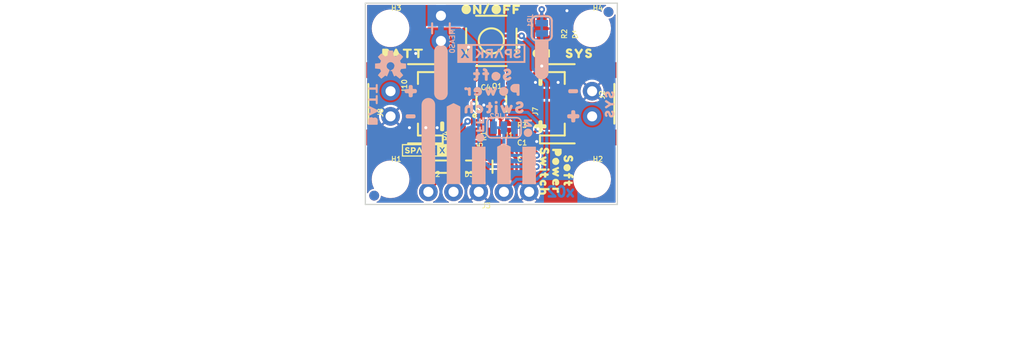
<source format=kicad_pcb>
(kicad_pcb (version 20211014) (generator pcbnew)
  (layers (0 "F.Cu" signal) (31 "B.Cu" signal) (34 "B.Paste" user) (35 "F.Paste" user) (36 "B.SilkS" user "B.Silkscreen") (37 "F.SilkS" user "F.Silkscreen") (38 "B.Mask" user) (39 "F.Mask" user) (44 "Edge.Cuts" user))
  (net 0 "")
  (net 1 "GND")
  (net 2 "N$6")
  (net 3 "V_BATT")
  (net 4 "FAST_OFF")
  (net 5 "POWER_SENSE/CTRL")
  (net 6 "N$15")
  (net 7 "POWER_BTN")
  (net 8 "VCC")
  (net 9 "N$2")
  (net 10 "V_IN")
  (net 11 "N$1")
  (footprint "eagleBoard:SWITCH2" (layer "F.Cu") (at 153.8351 111.8616 -90)
    (fp_text reference "U$17" hide)
    (fp_text value "" hide)
  )
  (footprint "eagleBoard:0603" (layer "F.Cu") (at 144.6911 108.8136 90)
    (fp_text reference "R4" (at 0 -0.762 90) (layer "F.SilkS") (effects (font (size 0.512064 0.512064) (thickness 0.097536)) (justify left)))
    (fp_text value "10k")
    (pad "1" smd rect (at -0.85 0 90) (size 1.1 1) (layers "F.Cu" "F.Paste" "F.Mask") (net 5 "POWER_SENSE/CTRL"))
    (pad "2" smd rect (at 0.85 0 90) (size 1.1 1) (layers "F.Cu" "F.Paste" "F.Mask") (net 8 "VCC"))
  )
  (footprint "eagleBoard:STAND-OFF" (layer "F.Cu") (at 158.6611 112.6236)
    (fp_text reference "H2" (at 0 -2.032) (layer "F.SilkS") (effects (font (size 0.512064 0.512064) (thickness 0.097536)) (justify left)))
    (fp_text value "STAND-OFF")
    (pad "" np_thru_hole circle (at 0 0) (size 3.302 3.302) (drill 3.302) (layers *.Cu *.Mask))
  )
  (footprint "eagleBoard:BATT0" (layer "F.Cu") (at 139.6111 99.9236)
    (fp_text reference "U$7" hide)
    (fp_text value "" hide)
  )
  (footprint "eagleBoard:0603" (layer "F.Cu") (at 151.0411 107.9246)
    (fp_text reference "R3" (at 0 -0.762) (layer "F.SilkS") (effects (font (size 0.512064 0.512064) (thickness 0.097536)) (justify left)))
    (fp_text value "100k")
    (pad "1" smd rect (at -0.85 0) (size 1.1 1) (layers "F.Cu" "F.Paste" "F.Mask") (net 6 "N$15"))
    (pad "2" smd rect (at 0.85 0) (size 1.1 1) (layers "F.Cu" "F.Paste" "F.Mask") (net 10 "V_IN"))
  )
  (footprint "eagleBoard:POWER_1" (layer "F.Cu") (at 155.1051 111.9886 -90)
    (fp_text reference "U$24" hide)
    (fp_text value "" hide)
  )
  (footprint "eagleBoard:1X02_NO_SILK" (layer "F.Cu") (at 149.7711 113.8936)
    (fp_text reference "J1" (at 0 -5.715) (layer "F.SilkS") (effects (font (size 0.512064 0.512064) (thickness 0.097536)) (justify left)))
    (fp_text value "Ext Button" hide)
    (pad "1" thru_hole circle (at 0 0 90) (size 1.8796 1.8796) (drill 1.016) (layers *.Cu *.Mask) (net 7 "POWER_BTN"))
    (pad "2" thru_hole circle (at 2.54 0 90) (size 1.8796 1.8796) (drill 1.016) (layers *.Cu *.Mask) (net 1 "GND"))
  )
  (footprint "eagleBoard:LED-0603" (layer "F.Cu") (at 153.5811 97.3836 -90)
    (fp_text reference "D1" (at 0 -3.3909 90) (layer "F.SilkS") (effects (font (size 0.512064 0.512064) (thickness 0.097536)) (justify right)))
    (fp_text value "RED")
    (pad "A" smd roundrect (at -0.877 0 180) (size 1 1) (layers "F.Cu" "F.Paste" "F.Mask") (roundrect_rratio 0.15) (net 9 "N$2"))
    (pad "C" smd roundrect (at 0.877 0 180) (size 1 1) (layers "F.Cu" "F.Paste" "F.Mask") (roundrect_rratio 0.15) (net 2 "N$6"))
  )
  (footprint "eagleBoard:#1" (layer "F.Cu") (at 153.4541 102.8446 -90)
    (fp_text reference "U$11" hide)
    (fp_text value "" hide)
  )
  (footprint "eagleBoard:SOD-323" (layer "F.Cu") (at 143.4211 111.3536 180)
    (fp_text reference "D2" (at 0 -0.762) (layer "F.SilkS") (effects (font (size 0.512064 0.512064) (thickness 0.097536)) (justify right)))
    (fp_text value "3.3V")
    (pad "A" smd rect (at 1.15 0 180) (size 0.63 0.83) (layers "F.Cu" "F.Paste" "F.Mask") (net 1 "GND"))
    (pad "C" smd rect (at -1.15 0 180) (size 0.63 0.83) (layers "F.Cu" "F.Paste" "F.Mask") (net 5 "POWER_SENSE/CTRL"))
  )
  (footprint "eagleBoard:CREATIVE_COMMONS" (layer "F.Cu") (at 119.2911 129.1336)
    (fp_text reference "FRAME1" hide)
    (fp_text value "FRAME-LETTER" hide)
  )
  (footprint "eagleBoard:#1" (layer "F.Cu") (at 143.5481 107.4166 -90)
    (fp_text reference "U$12" hide)
    (fp_text value "" hide)
  )
  (footprint "eagleBoard:STAND-OFF" (layer "F.Cu") (at 138.3411 97.3836)
    (fp_text reference "H3" (at 0 -2.032) (layer "F.SilkS") (effects (font (size 0.512064 0.512064) (thickness 0.097536)) (justify left)))
    (fp_text value "STAND-OFF")
    (pad "" np_thru_hole circle (at 0 0) (size 3.302 3.302) (drill 3.302) (layers *.Cu *.Mask))
  )
  (footprint "eagleBoard:FIDUCIAL-1X2" (layer "F.Cu") (at 160.3121 95.7326)
    (fp_text reference "FD1" hide)
    (fp_text value "FIDUCIAL1X2" hide)
    (pad "1" smd roundrect (at 0 0) (size 1 1) (layers "F.Cu" "F.Mask") (roundrect_rratio 0.5))
  )
  (footprint "eagleBoard:SYS1" (layer "F.Cu") (at 157.3911 99.9236)
    (fp_text reference "U$8" hide)
    (fp_text value "" hide)
  )
  (footprint "eagleBoard:#0" (layer "F.Cu") (at 153.5811 107.2896)
    (fp_text reference "U$10" hide)
    (fp_text value "" hide)
  )
  (footprint "eagleBoard:1X02_NO_SILK" (layer "F.Cu") (at 138.3411 103.7336 -90)
    (fp_text reference "J10" (at -1.27 -1.397 90) (layer "F.SilkS") (effects (font (size 0.512064 0.512064) (thickness 0.097536)) (justify right)))
    (fp_text value "")
    (pad "1" thru_hole circle (at 0 0) (size 1.8796 1.8796) (drill 1.016) (layers *.Cu *.Mask) (net 3 "V_BATT"))
    (pad "2" thru_hole circle (at 2.54 0) (size 1.8796 1.8796) (drill 1.016) (layers *.Cu *.Mask) (net 1 "GND"))
  )
  (footprint "eagleBoard:JST-2-SMD" (layer "F.Cu") (at 139.1031 105.0036 90)
    (fp_text reference "J8" (at -1.397 -1.778 90) (layer "F.SilkS") (effects (font (size 0.512064 0.512064) (thickness 0.097536)) (justify left)))
    (fp_text value "")
    (pad "1" smd rect (at -1 3.7 90) (size 1 4.6) (layers "F.Cu" "F.Paste" "F.Mask") (net 1 "GND"))
    (pad "2" smd rect (at 1 3.7 90) (size 1 4.6) (layers "F.Cu" "F.Paste" "F.Mask") (net 3 "V_BATT"))
    (pad "NC1" smd rect (at -3.4 -1.5 180) (size 3.4 1.6) (layers "F.Cu" "F.Paste" "F.Mask"))
    (pad "NC2" smd rect (at 3.4 -1.5 180) (size 3.4 1.6) (layers "F.Cu" "F.Paste" "F.Mask"))
  )
  (footprint "eagleBoard:SOT26" (layer "F.Cu") (at 148.5011 105.0036)
    (fp_text reference "Q1" (at 0 -1.778) (layer "F.SilkS") (effects (font (size 0.512064 0.512064) (thickness 0.097536)) (justify left)))
    (fp_text value "SIL2308-TP")
    (pad "D1" smd rect (at -0.95 -1.2) (size 0.55 0.8) (layers "F.Cu" "F.Paste" "F.Mask") (net 6 "N$15"))
    (pad "D2" smd rect (at 0.95 -1.2) (size 0.55 0.8) (layers "F.Cu" "F.Paste" "F.Mask") (net 8 "VCC"))
    (pad "G1" smd rect (at -0.95 1.2) (size 0.55 0.8) (layers "F.Cu" "F.Paste" "F.Mask") (net 4 "FAST_OFF"))
    (pad "G2" smd rect (at 0.95 1.2) (size 0.55 0.8) (layers "F.Cu" "F.Paste" "F.Mask") (net 6 "N$15"))
    (pad "S1" smd rect (at 0 -1.2 180) (size 0.55 0.8) (layers "F.Cu" "F.Paste" "F.Mask") (net 1 "GND"))
    (pad "S2" smd rect (at 0 1.2) (size 0.55 0.8) (layers "F.Cu" "F.Paste" "F.Mask") (net 10 "V_IN"))
  )
  (footprint "eagleBoard:SPARKX-TINY" (layer "F.Cu") (at 141.7701 109.7026)
    (fp_text reference "U$15" hide)
    (fp_text value "SPARKX-LOGO2" hide)
  )
  (footprint "eagleBoard:0603" (layer "F.Cu") (at 148.5011 108.8136 90)
    (fp_text reference "R1" (at 0 -0.762 90) (layer "F.SilkS") (effects (font (size 0.512064 0.512064) (thickness 0.097536)) (justify left)))
    (fp_text value "10k")
    (pad "1" smd rect (at -0.85 0 90) (size 1.1 1) (layers "F.Cu" "F.Paste" "F.Mask") (net 7 "POWER_BTN"))
    (pad "2" smd rect (at 0.85 0 90) (size 1.1 1) (layers "F.Cu" "F.Paste" "F.Mask") (net 10 "V_IN"))
  )
  (footprint "eagleBoard:SOFT_0" (layer "F.Cu") (at 156.2481 111.9886 -90)
    (fp_text reference "U$21" hide)
    (fp_text value "" hide)
  )
  (footprint "eagleBoard:STAND-OFF" (layer "F.Cu") (at 138.3411 112.6236)
    (fp_text reference "H1" (at 0 -2.032) (layer "F.SilkS") (effects (font (size 0.512064 0.512064) (thickness 0.097536)) (justify left)))
    (fp_text value "STAND-OFF")
    (pad "" np_thru_hole circle (at 0 0) (size 3.302 3.302) (drill 3.302) (layers *.Cu *.Mask))
  )
  (footprint "eagleBoard:SOD-323" (layer "F.Cu") (at 146.8501 111.3536 180)
    (fp_text reference "D3" (at 0 -0.762) (layer "F.SilkS") (effects (font (size 0.512064 0.512064) (thickness 0.097536)) (justify right)))
    (fp_text value "250mA/100V")
    (pad "A" smd rect (at 1.15 0 180) (size 0.63 0.83) (layers "F.Cu" "F.Paste" "F.Mask") (net 5 "POWER_SENSE/CTRL"))
    (pad "C" smd rect (at -1.15 0 180) (size 0.63 0.83) (layers "F.Cu" "F.Paste" "F.Mask") (net 7 "POWER_BTN"))
  )
  (footprint "eagleBoard:ON0" (layer "F.Cu") (at 153.5811 99.9236)
    (fp_text reference "U$18" hide)
    (fp_text value "" hide)
  )
  (footprint "eagleBoard:0603" (layer "F.Cu") (at 154.8511 97.3836 -90)
    (fp_text reference "R2" (at 0 -1.016 90) (layer "F.SilkS") (effects (font (size 0.512064 0.512064) (thickness 0.097536)) (justify right)))
    (fp_text value "1k")
    (pad "1" smd rect (at -0.85 0 270) (size 1.1 1) (layers "F.Cu" "F.Paste" "F.Mask") (net 1 "GND"))
    (pad "2" smd rect (at 0.85 0 270) (size 1.1 1) (layers "F.Cu" "F.Paste" "F.Mask") (net 2 "N$6"))
  )
  (footprint "eagleBoard:1X02_NO_SILK" (layer "F.Cu") (at 158.6611 106.2736 90)
    (fp_text reference "J7" (at 0 -5.715 90) (layer "F.SilkS") (effects (font (size 0.512064 0.512064) (thickness 0.097536)) (justify left)))
    (fp_text value "System Power" hide)
    (pad "1" thru_hole circle (at 0 0 180) (size 1.8796 1.8796) (drill 1.016) (layers *.Cu *.Mask) (net 8 "VCC"))
    (pad "2" thru_hole circle (at 2.54 0 180) (size 1.8796 1.8796) (drill 1.016) (layers *.Cu *.Mask) (net 1 "GND"))
  )
  (footprint "eagleBoard:TACTILE_SWITCH_SMD_5.2MM" (layer "F.Cu") (at 148.5011 98.6536)
    (fp_text reference "S1" hide)
    (fp_text value "Power")
    (pad "1" smd rect (at -2.794 -1.905 90) (size 0.762 1.524) (layers "F.Cu" "F.Paste" "F.Mask") (net 7 "POWER_BTN"))
    (pad "2" smd rect (at 2.794 -1.905 90) (size 0.762 1.524) (layers "F.Cu" "F.Paste" "F.Mask"))
    (pad "3" smd rect (at -2.794 1.905 90) (size 0.762 1.524) (layers "F.Cu" "F.Paste" "F.Mask") (net 1 "GND"))
    (pad "4" smd rect (at 2.794 1.905 90) (size 0.762 1.524) (layers "F.Cu" "F.Paste" "F.Mask"))
  )
  (footprint "eagleBoard:STAND-OFF" (layer "F.Cu") (at 158.6611 97.3836)
    (fp_text reference "H4" (at 0 -2.032) (layer "F.SilkS") (effects (font (size 0.512064 0.512064) (thickness 0.097536)) (justify left)))
    (fp_text value "STAND-OFF")
    (pad "" np_thru_hole circle (at 0 0) (size 3.302 3.302) (drill 3.302) (layers *.Cu *.Mask))
  )
  (footprint "eagleBoard:0603" (layer "F.Cu") (at 151.0411 111.3536)
    (fp_text reference "C2" (at 0 -0.762) (layer "F.SilkS") (effects (font (size 0.512064 0.512064) (thickness 0.097536)) (justify left)))
    (fp_text value "0.1uF")
    (pad "1" smd rect (at -0.85 0) (size 1.1 1) (layers "F.Cu" "F.Paste" "F.Mask") (net 7 "POWER_BTN"))
    (pad "2" smd rect (at 0.85 0) (size 1.1 1) (layers "F.Cu" "F.Paste" "F.Mask") (net 6 "N$15"))
  )
  (footprint "eagleBoard:1X03_NO_SILK" (layer "F.Cu") (at 147.2311 113.8936 180)
    (fp_text reference "J3" (at -1.27 -1.397) (layer "F.SilkS") (effects (font (size 0.512064 0.512064) (thickness 0.097536)) (justify right)))
    (fp_text value "")
    (pad "1" thru_hole circle (at 0 0 270) (size 1.8796 1.8796) (drill 1.016) (layers *.Cu *.Mask) (net 1 "GND"))
    (pad "2" thru_hole circle (at 2.54 0 270) (size 1.8796 1.8796) (drill 1.016) (layers *.Cu *.Mask) (net 4 "FAST_OFF"))
    (pad "3" thru_hole circle (at 5.08 0 270) (size 1.8796 1.8796) (drill 1.016) (layers *.Cu *.Mask) (net 5 "POWER_SENSE/CTRL"))
  )
  (footprint "eagleBoard:JST-2-SMD" (layer "F.Cu") (at 157.8991 105.0036 -90)
    (fp_text reference "J2" (at -1.397 -1.778 90) (layer "F.SilkS") (effects (font (size 0.512064 0.512064) (thickness 0.097536)) (justify right)))
    (fp_text value "")
    (pad "1" smd rect (at -1 3.7 270) (size 1 4.6) (layers "F.Cu" "F.Paste" "F.Mask") (net 1 "GND"))
    (pad "2" smd rect (at 1 3.7 270) (size 1 4.6) (layers "F.Cu" "F.Paste" "F.Mask") (net 8 "VCC"))
    (pad "NC1" smd rect (at -3.4 -1.5) (size 3.4 1.6) (layers "F.Cu" "F.Paste" "F.Mask"))
    (pad "NC2" smd rect (at 3.4 -1.5) (size 3.4 1.6) (layers "F.Cu" "F.Paste" "F.Mask"))
  )
  (footprint "eagleBoard:0603" (layer "F.Cu") (at 151.0411 109.7026)
    (fp_text reference "C1" (at 0 -0.762) (layer "F.SilkS") (effects (font (size 0.512064 0.512064) (thickness 0.097536)) (justify left)))
    (fp_text value "0.1uF")
    (pad "1" smd rect (at -0.85 0) (size 1.1 1) (layers "F.Cu" "F.Paste" "F.Mask") (net 6 "N$15"))
    (pad "2" smd rect (at 0.85 0) (size 1.1 1) (layers "F.Cu" "F.Paste" "F.Mask") (net 11 "N$1"))
  )
  (footprint "eagleBoard:FIDUCIAL-1X2" (layer "F.Cu") (at 136.6901 114.2746)
    (fp_text reference "FD4" hide)
    (fp_text value "FIDUCIAL1X2" hide)
    (pad "1" smd roundrect (at 0 0) (size 1 1) (layers "F.Cu" "F.Mask") (roundrect_rratio 0.5))
  )
  (footprint "eagleBoard:0603" (layer "F.Cu") (at 146.5961 108.8136 -90)
    (fp_text reference "R5" (at 0 -0.762 90) (layer "F.SilkS") (effects (font (size 0.512064 0.512064) (thickness 0.097536)) (justify right)))
    (fp_text value "300k")
    (pad "1" smd rect (at -0.85 0 270) (size 1.1 1) (layers "F.Cu" "F.Paste" "F.Mask") (net 4 "FAST_OFF"))
    (pad "2" smd rect (at 0.85 0 270) (size 1.1 1) (layers "F.Cu" "F.Paste" "F.Mask") (net 5 "POWER_SENSE/CTRL"))
  )
  (footprint "eagleBoard:#0" (layer "F.Cu") (at 143.5481 102.7176)
    (fp_text reference "U$9" hide)
    (fp_text value "" hide)
  )
  (footprint "eagleBoard:ON#OFF0" (layer "F.Cu") (at 148.5011 95.4786)
    (fp_text reference "U$6" hide)
    (fp_text value "" hide)
  )
  (footprint "eagleBoard:0805" (layer "F.Cu") (at 148.5011 102.4636 180)
    (fp_text reference "C4" (at 0 -0.889) (layer "F.SilkS") (effects (font (size 0.512064 0.512064) (thickness 0.097536)) (justify right)))
    (fp_text value "22uF")
    (pad "1" smd rect (at -0.9 0 180) (size 0.8 1.2) (layers "F.Cu" "F.Paste" "F.Mask") (net 8 "VCC"))
    (pad "2" smd rect (at 0.9 0 180) (size 0.8 1.2) (layers "F.Cu" "F.Paste" "F.Mask") (net 4 "FAST_OFF"))
  )
  (footprint "eagleBoard:#SEN#CTRL#1" (layer "B.Cu") (at 142.1511 108.9406 90)
    (fp_text reference "U$5" hide)
    (fp_text value "" hide)
  )
  (footprint "eagleBoard:#LED#0" (layer "B.Cu") (at 153.5811 100.4316 90)
    (fp_text reference "U$19" hide)
    (fp_text value "" hide)
  )
  (footprint "eagleBoard:SWITCH_2" (layer "B.Cu") (at 148.5011 105.3846 180)
    (fp_text reference "U$30" hide)
    (fp_text value "" hide)
  )
  (footprint "eagleBoard:#MEAS#0" (layer "B.Cu") (at 143.4211 101.8286 90)
    (fp_text reference "U$13" hide)
    (fp_text value "" hide)
  )
  (footprint "eagleBoard:SOFT0" (layer "B.Cu") (at 148.5011 102.0826 180)
    (fp_text reference "U$27" hide)
    (fp_text value "" hide)
  )
  (footprint "eagleBoard:#BTN#2" (layer "B.Cu") (at 149.7711 111.2266 90)
    (fp_text reference "U$2" hide)
    (fp_text value "" hide)
  )
  (footprint "eagleBoard:FIDUCIAL-1X2" (layer "B.Cu") (at 136.6901 114.2746 180)
    (fp_text reference "FD2" hide)
    (fp_text value "FIDUCIAL1X2" hide)
    (pad "1" smd roundrect (at 0 0 180) (size 1 1) (layers "B.Cu" "B.Mask") (roundrect_rratio 0.5))
  )
  (footprint "eagleBoard:#0" (layer "B.Cu") (at 140.2461 103.7336 180)
    (fp_text reference "U$14" hide)
    (fp_text value "" hide)
  )
  (footprint "eagleBoard:SYS1" (layer "B.Cu") (at 160.4391 105.1306 -90)
    (fp_text reference "U$31" hide)
    (fp_text value "" hide)
  )
  (footprint "eagleBoard:FIDUCIAL-1X2" (layer "B.Cu") (at 160.3121 95.7326 180)
    (fp_text reference "FD3" hide)
    (fp_text value "FIDUCIAL1X2" hide)
    (pad "1" smd roundrect (at 0 0 180) (size 1 1) (layers "B.Cu" "B.Mask") (roundrect_rratio 0.5))
  )
  (footprint "eagleBoard:POWER1" (layer "B.Cu") (at 148.5011 103.6066 180)
    (fp_text reference "U$28" hide)
    (fp_text value "" hide)
  )
  (footprint "eagleBoard:#FASTOFF#0" (layer "B.Cu") (at 144.6911 109.1946 90)
    (fp_text reference "U$26" hide)
    (fp_text value "" hide)
  )
  (footprint "eagleBoard:BATT0" (layer "B.Cu") (at 136.5631 105.0036 90)
    (fp_text reference "U$29" hide)
    (fp_text value "" hide)
  )
  (footprint "eagleBoard:SPARKX-SMALL" (layer "B.Cu") (at 148.5011 99.9236 180)
    (fp_text reference "U$1" hide)
    (fp_text value "SPARKX-LOGO3" hide)
  )
  (footprint "eagleBoard:SMT-JUMPER_2_NC_TRACE_SILK" (layer "B.Cu") (at 153.5811 97.3836 -90)
    (fp_text reference "JP1" (at 0 1.143 -270) (layer "B.SilkS") (effects (font (size 0.512064 0.512064) (thickness 0.097536)) (justify right mirror)))
    (fp_text value "")
    (fp_poly (pts (xy 0.1905 -0.13335) (xy -0.70485 -0.13335) (xy -0.70485 0.13335) (xy 0.1905 0.13335)) (layer "B.Cu") (width 0) (fill solid))
    (pad "1" smd rect (at -0.5207 0 270) (size 0.6604 1.27) (layers "B.Cu" "B.Mask") (net 9 "N$2"))
    (pad "2" smd rect (at 0.5207 0 270) (size 0.6604 1.27) (layers "B.Cu" "B.Mask") (net 8 "VCC"))
  )
  (footprint "eagleBoard:#GND#0" (layer "B.Cu") (at 152.3111 111.2266 90)
    (fp_text reference "U$3" hide)
    (fp_text value "" hide)
  )
  (footprint "eagleBoard:COMBO-JUMPER_2_NC_TRACE" (layer "B.Cu") (at 143.4211 97.3836 90)
    (fp_text reference "MEAS0" (at 0 1.143 90) (layer "B.SilkS") (effects (font (size 0.512064 0.512064) (thickness 0.097536)) (justify left mirror)))
    (fp_text value "")
    (fp_poly (pts (xy 0.1905 -0.28575) (xy -0.70485 -0.28575) (xy -0.70485 0.28575) (xy 0.1905 0.28575)) (layer "B.Cu") (width 0) (fill solid))
    (pad "1" smd rect (at -0.508 0 90) (size 0.635 1.27) (layers "B.Cu" "B.Mask") (net 3 "V_BATT"))
    (pad "2" smd rect (at 0.508 0 90) (size 0.635 1.27) (layers "B.Cu" "B.Mask") (net 10 "V_IN"))
    (pad "3" thru_hole circle (at -1.27 0) (size 1.8796 1.8796) (drill 1.016) (layers *.Cu *.Mask) (net 3 "V_BATT"))
    (pad "4" thru_hole circle (at 1.27 0) (size 1.8796 1.8796) (drill 1.016) (layers *.Cu *.Mask) (net 10 "V_IN"))
  )
  (footprint "eagleBoard:#1" (layer "B.Cu") (at 156.8831 103.7336)
    (fp_text reference "U$23" hide)
    (fp_text value "" hide)
  )
  (footprint "eagleBoard:OFF1" (layer "B.Cu") (at 147.3581 107.5436 90)
    (fp_text reference "U$16" hide)
    (fp_text value "" hide)
  )
  (footprint "eagleBoard:ON0" (layer "B.Cu") (at 152.1841 107.4166 90)
    (fp_text reference "U$25" hide)
    (fp_text value "" hide)
  )
  (footprint "eagleBoard:#0" (layer "B.Cu") (at 156.6291 106.2736 180)
    (fp_text reference "U$22" hide)
    (fp_text value "" hide)
  )
  (footprint "eagleBoard:OSHW-LOGO-S" (layer "B.Cu") (at 138.3411 101.1936 180)
    (fp_text reference "LOGO1" hide)
    (fp_text value "OSHW-LOGOS" hide)
  )
  (footprint "eagleBoard:#GND#0" (layer "B.Cu") (at 147.2311 111.2266 90)
    (fp_text reference "U$4" hide)
    (fp_text value "" hide)
  )
  (footprint "eagleBoard:SMT-JUMPER_3_1-NC_TRACE_SILK" (layer "B.Cu") (at 149.7711 107.4166 180)
    (fp_text reference "JP2" (at 0 1.143) (layer "B.SilkS") (effects (font (size 0.512064 0.512064) (thickness 0.097536)) (justify left mirror)))
    (fp_text value "")
    (fp_poly (pts (xy 0.7112 -0.13335) (xy -0.19685 -0.13335) (xy -0.19685 0.13335) (xy 0.7112 0.13335)) (layer "B.Cu") (width 0) (fill solid))
    (pad "1" smd rect (at -1.0414 0 180) (size 0.6604 1.27) (layers "B.Cu" "B.Mask") (net 1 "GND"))
    (pad "2" smd rect (at 0 0 180) (size 0.6604 1.27) (layers "B.Cu" "B.Mask") (net 11 "N$1"))
    (pad "3" smd rect (at 1.0414 0 180) (size 0.6604 1.27) (layers "B.Cu" "B.Mask") (net 10 "V_IN"))
  )
  (footprint "eagleBoard:#1" (layer "B.Cu") (at 140.5001 106.2736)
    (fp_text reference "U$20" hide)
    (fp_text value "" hide)
  )
  (gr_line (start 161.2011 115.1636) (end 135.8011 115.1636) (layer "Edge.Cuts") (width 0.127))
  (gr_line (start 161.2011 94.8436) (end 161.2011 115.1636) (layer "Edge.Cuts") (width 0.127))
  (gr_line (start 135.8011 115.1636) (end 135.8011 94.8436) (layer "Edge.Cuts") (width 0.127))
  (gr_line (start 135.8011 94.8436) (end 161.2011 94.8436) (layer "Edge.Cuts") (width 0.127))
  (gr_text "x02" (at 155.4861 113.8936) (layer "B.Cu") (effects (font (size 1.016 1.016) (thickness 0.254)) (justify mirror)))
  (segment (start 149.8981 105.0036) (end 149.3106 105.0036) (width 0.3048) (layer "F.Cu") (net 1))
  (segment (start 148.5011 104.1941) (end 148.5011 103.8036) (width 0.8128) (layer "F.Cu") (net 1))
  (segment (start 149.3106 105.0036) (end 148.5011 104.1941) (width 0.5588) (layer "F.Cu") (net 1))
  (via (at 152.9461 102.8446) (size 0.6604) (drill 0.3048) (layers "F.Cu" "B.Cu") (net 1))
  (via (at 146.2151 99.2886) (size 0.6604) (drill 0.3048) (layers "F.Cu" "B.Cu") (net 1))
  (via (at 140.8811 99.9236) (size 0.6604) (drill 0.3048) (layers "F.Cu" "B.Cu") (net 1))
  (via (at 140.2461 107.4166) (size 0.6604) (drill 0.3048) (layers "F.Cu" "B.Cu") (net 1))
  (via (at 143.0401 107.4166) (size 0.6604) (drill 0.3048) (layers "F.Cu" "B.Cu") (net 1))
  (via (at 155.2321 102.8446) (size 0.6604) (drill 0.3048) (layers "F.Cu" "B.Cu") (net 1))
  (via (at 149.8981 105.0036) (size 0.6604) (drill 0.3048) (layers "F.Cu" "B.Cu") (net 1))
  (via (at 141.8971 107.4166) (size 0.6604) (drill 0.3048) (layers "F.Cu" "B.Cu") (net 1))
  (via (at 156.1211 95.6056) (size 0.6604) (drill 0.3048) (layers "F.Cu" "B.Cu") (net 1))
  (via (at 153.0731 108.8136) (size 0.6604) (drill 0.3048) (layers "F.Cu" "B.Cu") (net 1))
  (via (at 151.2951 99.2886) (size 0.6604) (drill 0.3048) (layers "F.Cu" "B.Cu") (net 1))
  (segment (start 154.8511 98.2336) (end 154.8241 98.2606) (width 0.3048) (layer "F.Cu") (net 2))
  (segment (start 154.8241 98.2606) (end 153.5811 98.2606) (width 0.3048) (layer "F.Cu") (net 2))
  (segment (start 138.3571 103.7496) (end 138.3411 103.7336) (width 2.032) (layer "F.Cu") (net 3))
  (segment (start 143.4211 97.8916) (end 143.4211 98.6536) (width 0.3048) (layer "B.Cu") (net 3))
  (segment (start 146.5961 106.1466) (end 145.9611 105.5116) (width 0.3048) (layer "F.Cu") (net 4))
  (segment (start 147.6011 102.4636) (end 147.1041 102.4636) (width 0.3048) (layer "F.Cu") (net 4))
  (segment (start 146.5961 107.9636) (end 146.5961 106.7816) (width 0.3048) (layer "F.Cu") (net 4))
  (segment (start 146.6661 106.2036) (end 146.5961 106.2736) (width 0.3048) (layer "F.Cu") (net 4))
  (segment (start 146.5961 106.7816) (end 146.5961 106.2736) (width 0.3048) (layer "F.Cu") (net 4))
  (segment (start 146.5961 106.2736) (end 146.5961 106.1466) (width 0.3048) (layer "F.Cu") (net 4))
  (segment (start 146.1135 106.7816) (end 146.5961 106.7816) (width 0.3048) (layer "F.Cu") (net 4))
  (segment (start 147.5511 106.2036) (end 146.6661 106.2036) (width 0.3048) (layer "F.Cu") (net 4))
  (segment (start 145.9611 105.5116) (end 145.9611 103.6066) (width 0.3048) (layer "F.Cu") (net 4))
  (segment (start 147.1041 102.4636) (end 145.9611 103.6066) (width 0.3048) (layer "F.Cu") (net 4))
  (via (at 146.1135 106.7816) (size 0.6604) (drill 0.3048) (layers "F.Cu" "B.Cu") (net 4))
  (segment (start 144.6911 113.8936) (end 144.6911 108.204) (width 0.3048) (layer "B.Cu") (net 4))
  (segment (start 144.6911 108.204) (end 146.1135 106.7816) (width 0.3048) (layer "B.Cu") (net 4))
  (segment (start 144.6911 109.6636) (end 146.5961 109.6636) (width 0.3048) (layer "F.Cu") (net 5))
  (segment (start 144.8111 111.3536) (end 144.6911 111.2336) (width 0.3048) (layer "F.Cu") (net 5))
  (segment (start 144.6911 109.6636) (end 144.6911 111.2336) (width 0.3048) (layer "F.Cu") (net 5))
  (segment (start 144.6911 111.2336) (end 144.5711 111.3536) (width 0.3048) (layer "F.Cu") (net 5))
  (segment (start 144.5711 111.3536) (end 142.1511 113.7736) (width 0.3048) (layer "F.Cu") (net 5))
  (segment (start 145.7001 111.3536) (end 144.8111 111.3536) (width 0.3048) (layer "F.Cu") (net 5))
  (segment (start 142.1511 113.7736) (end 142.1511 113.8936) (width 0.3048) (layer "F.Cu") (net 5))
  (segment (start 146.7231 104.2416) (end 146.7231 105.0036) (width 0.3048) (layer "F.Cu") (net 6))
  (segment (start 151.8421 111.3536) (end 151.8911 111.3536) (width 0.3048) (layer "F.Cu") (net 6))
  (segment (start 150.1911 107.9246) (end 150.1911 109.7026) (width 0.3048) (layer "F.Cu") (net 6))
  (segment (start 150.1911 109.7026) (end 151.8421 111.3536) (width 0.3048) (layer "F.Cu") (net 6))
  (segment (start 147.5511 103.8036) (end 147.1611 103.8036) (width 0.3048) (layer "F.Cu") (net 6))
  (segment (start 147.1611 103.8036) (end 146.7231 104.2416) (width 0.3048) (layer "F.Cu") (net 6))
  (segment (start 151.8911 111.3536) (end 153.0477 111.3536) (width 0.3048) (layer "F.Cu") (net 6))
  (segment (start 149.4511 106.2036) (end 149.4511 107.1846) (width 0.3048) (layer "F.Cu") (net 6))
  (segment (start 149.4511 107.1846) (end 150.1911 107.9246) (width 0.3048) (layer "F.Cu") (net 6))
  (via (at 153.0477 111.3536) (size 0.6604) (drill 0.3048) (layers "F.Cu" "B.Cu") (net 6))
  (via (at 146.7231 105.0036) (size 0.6604) (drill 0.3048) (layers "F.Cu" "B.Cu") (net 6))
  (segment (start 146.7231 105.3846) (end 146.7231 105.0036) (width 0.3048) (layer "B.Cu") (net 6))
  (segment (start 148.2471 111.3536) (end 147.2311 110.3376) (width 0.3048) (layer "B.Cu") (net 6))
  (segment (start 147.2311 105.8926) (end 146.7231 105.3846) (width 0.3048) (layer "B.Cu") (net 6))
  (segment (start 147.2311 105.8926) (end 147.2311 110.3376) (width 0.3048) (layer "B.Cu") (net 6))
  (segment (start 153.0477 111.3536) (end 148.2471 111.3536) (width 0.3048) (layer "B.Cu") (net 6))
  (segment (start 148.5011 111.3536) (end 150.1911 111.3536) (width 0.3048) (layer "F.Cu") (net 7))
  (segment (start 148.8821 98.1456) (end 147.4851 96.7486) (width 0.3048) (layer "F.Cu") (net 7))
  (segment (start 148.0001 111.3536) (end 148.5011 111.3536) (width 0.3048) (layer "F.Cu") (net 7))
  (segment (start 150.1911 111.3536) (end 150.1911 113.4736) (width 0.3048) (layer "F.Cu") (net 7))
  (segment (start 145.7071 96.7486) (end 147.4851 96.7486) (width 0.3048) (layer "F.Cu") (net 7))
  (segment (start 148.8821 98.1456) (end 151.5491 98.1456) (width 0.3048) (layer "F.Cu") (net 7))
  (segment (start 149.7711 113.8936) (end 150.1911 113.4736) (width 0.3048) (layer "F.Cu") (net 7))
  (segment (start 148.5011 109.6636) (end 148.5011 111.3536) (width 0.3048) (layer "F.Cu") (net 7))
  (via (at 151.5491 98.1456) (size 0.6604) (drill 0.3048) (layers "F.Cu" "B.Cu") (net 7))
  (segment (start 151.0411 112.6236) (end 149.7711 113.8936) (width 0.3048) (layer "B.Cu") (net 7))
  (segment (start 154.0891 102.8446) (end 152.6921 101.4476) (width 0.3048) (layer "B.Cu") (net 7))
  (segment (start 154.0891 102.8446) (end 154.0891 111.6076) (width 0.3048) (layer "B.Cu") (net 7))
  (segment (start 154.0891 111.6076) (end 153.0731 112.6236) (width 0.3048) (layer "B.Cu") (net 7))
  (segment (start 151.5491 98.1456) (end 152.6921 99.2886) (width 0.3048) (layer "B.Cu") (net 7))
  (segment (start 152.6921 99.2886) (end 152.6921 101.4476) (width 0.3048) (layer "B.Cu") (net 7))
  (segment (start 153.0731 112.6236) (end 151.0411 112.6236) (width 0.3048) (layer "B.Cu") (net 7))
  (segment (start 150.3491 103.8036) (end 149.4511 103.8036) (width 0.5588) (layer "F.Cu") (net 8))
  (segment (start 151.0411 104.4956) (end 150.3491 103.8036) (width 0.5588) (layer "F.Cu") (net 8))
  (segment (start 145.4531 102.5906) (end 146.7231 101.3206) (width 0.3048) (layer "F.Cu") (net 8))
  (segment (start 151.0411 105.6386) (end 151.0411 104.4956) (width 0.5588) (layer "F.Cu") (net 8))
  (segment (start 149.4011 102.4636) (end 149.3901 102.4636) (width 0.3048) (layer "F.Cu") (net 8))
  (segment (start 154.1991 106.0036) (end 151.4061 106.0036) (width 0.5588) (layer "F.Cu") (net 8))
  (segment (start 148.8821 101.3206) (end 146.7231 101.3206) (width 0.3048) (layer "F.Cu") (net 8))
  (segment (start 158.6611 106.2736) (end 158.3911 106.0036) (width 2.032) (layer "F.Cu") (net 8))
  (segment (start 149.4011 101.8396) (end 148.8821 101.3206) (width 0.3048) (layer "F.Cu") (net 8))
  (segment (start 151.4061 106.0036) (end 151.0411 105.6386) (width 0.5588) (layer "F.Cu") (net 8))
  (segment (start 144.6911 107.9636) (end 145.4531 107.2016) (width 0.3048) (layer "F.Cu") (net 8))
  (segment (start 149.4011 102.4636) (end 152.3111 102.4636) (width 0.3048) (layer "F.Cu") (net 8))
  (segment (start 149.4011 102.4636) (end 149.4011 101.8396) (width 0.3048) (layer "F.Cu") (net 8))
  (segment (start 158.3911 106.0036) (end 154.1991 106.0036) (width 2.032) (layer "F.Cu") (net 8))
  (segment (start 149.4011 102.4636) (end 149.4511 102.5136) (width 0.3048) (layer "F.Cu") (net 8))
  (segment (start 152.3111 102.4636) (end 153.5811 101.1936) (width 0.3048) (layer "F.Cu") (net 8))
  (segment (start 145.4531 107.2016) (end 145.4531 102.5906) (width 0.3048) (layer "F.Cu") (net 8))
  (segment (start 149.4511 102.5136) (end 149.4511 103.8036) (width 0.3048) (layer "F.Cu") (net 8))
  (via (at 153.5811 101.1936) (size 0.6604) (drill 0.3048) (layers "F.Cu" "B.Cu") (net 8))
  (segment (start 153.5811 97.9043) (end 153.5811 101.1936) (width 0.3048) (layer "B.Cu") (net 8))
  (segment (start 153.5811 96.5066) (end 153.5811 95.4786) (width 0.3048) (layer "F.Cu") (net 9))
  (via (at 153.5811 95.4786) (size 0.6604) (drill 0.3048) (layers "F.Cu" "B.Cu") (net 9))
  (segment (start 153.5811 96.8629) (end 153.5811 95.4786) (width 0.3048) (layer "B.Cu") (net 9))
  (segment (start 152.8191 107.9246) (end 151.8911 107.9246) (width 0.3048) (layer "F.Cu") (net 10))
  (segment (start 148.5011 105.5686) (end 148.0631 105.1306) (width 0.8128) (layer "F.Cu") (net 10))
  (segment (start 148.5011 106.2036) (end 148.5011 105.5686) (width 0.8128) (layer "F.Cu") (net 10))
  (segment (start 152.8191 107.9246) (end 153.2001 107.5436) (width 0.3048) (layer "F.Cu") (net 10))
  (segment (start 148.5011 106.2036) (end 148.5011 107.9636) (width 0.3048) (layer "F.Cu") (net 10))
  (segment (start 147.7391 105.1306) (end 148.0631 105.1306) (width 0.8128) (layer "F.Cu") (net 10))
  (via (at 153.2001 107.5436) (size 0.6604) (drill 0.3048) (layers "F.Cu" "B.Cu") (net 10))
  (via (at 147.7391 105.1306) (size 0.6604) (drill 0.3048) (layers "F.Cu" "B.Cu") (net 10))
  (segment (start 148.7297 107.4166) (end 148.7297 106.1212) (width 0.3048) (layer "B.Cu") (net 10))
  (segment (start 147.7391 98.1456) (end 147.7391 105.1306) (width 0.5588) (layer "B.Cu") (net 10))
  (segment (start 143.4211 96.8756) (end 143.4211 96.1136) (width 0.3048) (layer "B.Cu") (net 10))
  (segment (start 148.7297 107.4166) (end 148.7297 107.5436) (width 0.3048) (layer "B.Cu") (net 10))
  (segment (start 153.2001 107.5436) (end 153.2001 106.9086) (width 0.3048) (layer "B.Cu") (net 10))
  (segment (start 145.7071 96.1136) (end 143.4211 96.1136) (width 0.5588) (layer "B.Cu") (net 10))
  (segment (start 152.1587 105.8672) (end 148.7297 105.8672) (width 0.3048) (layer "B.Cu") (net 10))
  (segment (start 147.7391 98.1456) (end 145.7071 96.1136) (width 0.5588) (layer "B.Cu") (net 10))
  (segment (start 153.2001 106.9086) (end 152.1587 105.8672) (width 0.3048) (layer "B.Cu") (net 10))
  (segment (start 148.7297 106.1212) (end 148.7297 105.8672) (width 0.3048) (layer "B.Cu") (net 10))
  (segment (start 148.7297 106.1212) (end 147.7391 105.1306) (width 0.3048) (layer "B.Cu") (net 10))
  (segment (start 151.8911 109.7026) (end 152.8191 109.7026) (width 0.3048) (layer "F.Cu") (net 11))
  (segment (start 153.0731 110.2106) (end 153.0731 109.9566) (width 0.3048) (layer "F.Cu") (net 11))
  (segment (start 153.0731 109.9566) (end 152.8191 109.7026) (width 0.3048) (layer "F.Cu") (net 11))
  (via (at 153.0731 110.2106) (size 0.6604) (drill 0.3048) (layers "F.Cu" "B.Cu") (net 11))
  (segment (start 149.7711 109.5756) (end 150.4061 110.2106) (width 0.3048) (layer "B.Cu") (net 11))
  (segment (start 150.4061 110.2106) (end 153.0731 110.2106) (width 0.3048) (layer "B.Cu") (net 11))
  (segment (start 149.7711 107.4166) (end 149.7711 109.5756) (width 0.3048) (layer "B.Cu") (net 11))
  (zone (net 1) (net_name "GND") (layer "F.Cu") (priority 3) (connect_pads (clearance 0.1778)) (min_thickness 0.0889) (fill yes (thermal_gap 0.2278) (thermal_bridge_width 0.2278))
    (polygon (pts (xy 161.29 115.2525) (xy 135.7122 115.2525) (xy 135.7122 94.7547) (xy 161.29 94.7547)))
  )
  (zone (net 8) (net_name "VCC") (layer "F.Cu") (priority 6) (connect_pads yes (clearance 0.1778)) (min_thickness 0.0889) (fill yes (thermal_gap 0.508) (thermal_bridge_width 0.508))
    (polygon (pts (xy 151.765 103.696776) (xy 151.765 104.585776) (xy 151.966924 104.7877) (xy 159.840924 104.7877) (xy 160.02 104.966776) (xy 160.02 107.6325) (xy 151.512276 107.6325) (xy 150.1902 106.310424) (xy 150.1902 104.659424) (xy 149.861276 104.3305) (xy 149.0472 104.3305) (xy 149.0472 103.2637) (xy 151.331924 103.2637)))
  )
  (zone (net 3) (net_name "V_BATT") (layer "F.Cu") (priority 6) (connect_pads yes (clearance 0.1778)) (min_thickness 0.0889) (fill yes (thermal_gap 0.508) (thermal_bridge_width 0.508))
    (polygon (pts (xy 145.415 105.0925) (xy 136.9822 105.0925) (xy 136.9822 102.3747) (xy 140.844276 102.3747) (xy 142.0622 101.156776) (xy 142.0622 97.2947) (xy 145.415 97.2947)))
  )
  (zone (net 10) (net_name "V_IN") (layer "B.Cu") (priority 6) (connect_pads yes (clearance 0.1778)) (min_thickness 0.0889) (fill yes (thermal_gap 0.508) (thermal_bridge_width 0.508))
    (polygon (pts (xy 149.86 106.3625) (xy 147.1422 106.3625) (xy 147.1422 98.690424) (xy 145.670276 97.2185) (xy 142.0622 97.2185) (xy 142.0622 94.7547) (xy 149.86 94.7547)))
  )
  (zone (net 1) (net_name "GND") (layer "B.Cu") (priority 3) (connect_pads (clearance 0.1778)) (min_thickness 0.0889) (fill yes (thermal_gap 0.2278) (thermal_bridge_width 0.2278))
    (polygon (pts (xy 161.29 115.2525) (xy 135.7122 115.2525) (xy 135.7122 94.7547) (xy 161.29 94.7547)))
  )
)
</source>
